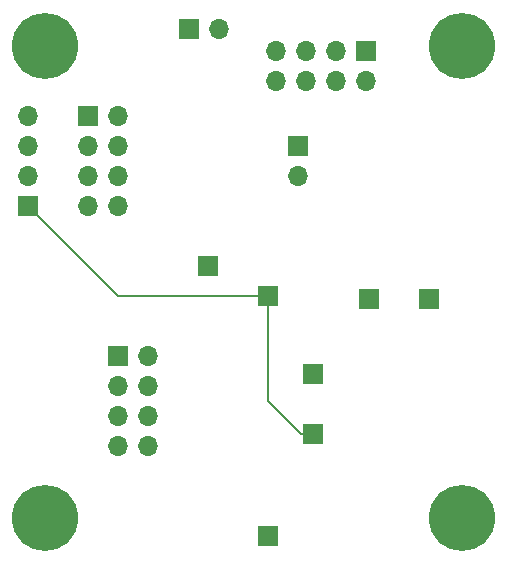
<source format=gbl>
G04 #@! TF.GenerationSoftware,KiCad,Pcbnew,(6.0.5)*
G04 #@! TF.CreationDate,2022-06-17T10:27:33-05:00*
G04 #@! TF.ProjectId,model_cell,6d6f6465-6c5f-4636-956c-6c2e6b696361,rev?*
G04 #@! TF.SameCoordinates,Original*
G04 #@! TF.FileFunction,Copper,L2,Bot*
G04 #@! TF.FilePolarity,Positive*
%FSLAX46Y46*%
G04 Gerber Fmt 4.6, Leading zero omitted, Abs format (unit mm)*
G04 Created by KiCad (PCBNEW (6.0.5)) date 2022-06-17 10:27:33*
%MOMM*%
%LPD*%
G01*
G04 APERTURE LIST*
G04 #@! TA.AperFunction,ComponentPad*
%ADD10C,5.600000*%
G04 #@! TD*
G04 #@! TA.AperFunction,ComponentPad*
%ADD11C,5.599999*%
G04 #@! TD*
G04 #@! TA.AperFunction,ComponentPad*
%ADD12R,1.700000X1.700000*%
G04 #@! TD*
G04 #@! TA.AperFunction,ComponentPad*
%ADD13O,1.700000X1.700000*%
G04 #@! TD*
G04 #@! TA.AperFunction,Conductor*
%ADD14C,0.152000*%
G04 #@! TD*
G04 #@! TA.AperFunction,Conductor*
%ADD15C,0.152400*%
G04 #@! TD*
G04 APERTURE END LIST*
D10*
X39309200Y44000000D03*
D11*
X4000000Y4000000D03*
D10*
X4000000Y44000000D03*
X39309200Y4000000D03*
D12*
X22860000Y2540000D03*
X25400000Y35560000D03*
D13*
X25400000Y33020000D03*
D12*
X26666659Y11130799D03*
X31182927Y43610963D03*
D13*
X31182927Y41070963D03*
X28642927Y43610963D03*
X28642927Y41070963D03*
X26102927Y43610963D03*
X26102927Y41070963D03*
X23562927Y43610963D03*
X23562927Y41070963D03*
D12*
X36519298Y22543723D03*
X16141855Y45458483D03*
D13*
X18681855Y45458483D03*
D12*
X7620000Y38100000D03*
D13*
X10160000Y38100000D03*
X7620000Y35560000D03*
X10160000Y35560000D03*
X7620000Y33020000D03*
X10160000Y33020000D03*
X7620000Y30480000D03*
X10160000Y30480000D03*
D12*
X31439298Y22543723D03*
X22860000Y22860000D03*
X2540000Y30480000D03*
D13*
X2540000Y33020000D03*
X2540000Y35560000D03*
X2540000Y38100000D03*
D12*
X17780000Y25400000D03*
X10160000Y17780000D03*
D13*
X12700000Y17780000D03*
X10160000Y15240000D03*
X12700000Y15240000D03*
X10160000Y12700000D03*
X12700000Y12700000D03*
X10160000Y10160000D03*
X12700000Y10160000D03*
D12*
X26666659Y16210799D03*
D14*
X22860000Y13935458D02*
X22860000Y22860000D01*
X26666659Y11130799D02*
X25664659Y11130799D01*
X25664659Y11130799D02*
X22860000Y13935458D01*
X2540000Y30480000D02*
X10160000Y22860000D01*
X10160000Y22860000D02*
X22860000Y22860000D01*
D15*
X39219800Y4089400D02*
X39309200Y4000000D01*
M02*

</source>
